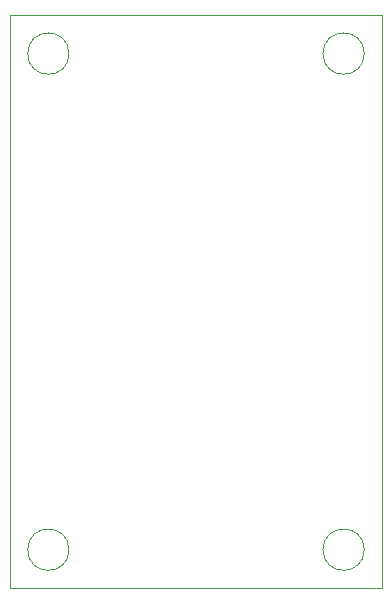
<source format=gm1>
%TF.GenerationSoftware,KiCad,Pcbnew,6.0.2-378541a8eb~116~ubuntu20.04.1*%
%TF.CreationDate,2022-03-10T11:15:54-06:00*%
%TF.ProjectId,lna_sma_10x,6c6e615f-736d-4615-9f31-30782e6b6963,1.0*%
%TF.SameCoordinates,Original*%
%TF.FileFunction,Profile,NP*%
%FSLAX46Y46*%
G04 Gerber Fmt 4.6, Leading zero omitted, Abs format (unit mm)*
G04 Created by KiCad (PCBNEW 6.0.2-378541a8eb~116~ubuntu20.04.1) date 2022-03-10 11:15:54*
%MOMM*%
%LPD*%
G01*
G04 APERTURE LIST*
%TA.AperFunction,Profile*%
%ADD10C,0.100000*%
%TD*%
G04 APERTURE END LIST*
D10*
X130000000Y-90875000D02*
G75*
G03*
X130000000Y-90875000I-1750000J0D01*
G01*
X105000000Y-90875000D02*
G75*
G03*
X105000000Y-90875000I-1750000J0D01*
G01*
X130000000Y-48875000D02*
G75*
G03*
X130000000Y-48875000I-1750000J0D01*
G01*
X105000000Y-48875000D02*
G75*
G03*
X105000000Y-48875000I-1750000J0D01*
G01*
X100000000Y-45625000D02*
X131500000Y-45625000D01*
X131500000Y-45625000D02*
X131500000Y-94125000D01*
X131500000Y-94125000D02*
X100000000Y-94125000D01*
X100000000Y-94125000D02*
X100000000Y-45625000D01*
M02*

</source>
